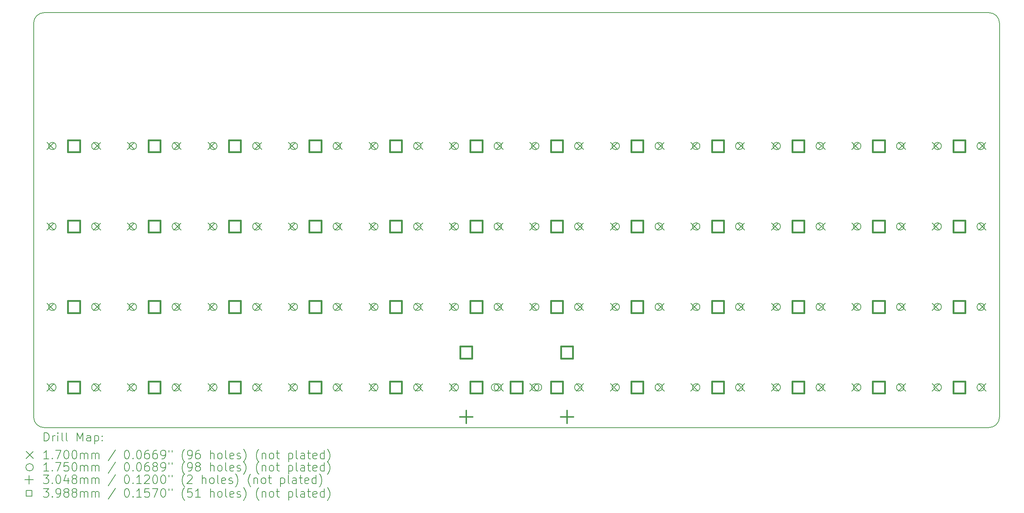
<source format=gbr>
%FSLAX45Y45*%
G04 Gerber Fmt 4.5, Leading zero omitted, Abs format (unit mm)*
G04 Created by KiCad (PCBNEW 6.0.4-6f826c9f35~116~ubuntu22.04.1) date 2022-04-06 02:05:02*
%MOMM*%
%LPD*%
G01*
G04 APERTURE LIST*
%TA.AperFunction,Profile*%
%ADD10C,0.150000*%
%TD*%
%ADD11C,0.200000*%
%ADD12C,0.170000*%
%ADD13C,0.175000*%
%ADD14C,0.304800*%
%ADD15C,0.398780*%
G04 APERTURE END LIST*
D10*
X25797400Y-5273050D02*
X3497400Y-5273050D01*
X26047400Y-5523050D02*
X26047400Y-14823050D01*
X25797400Y-15073050D02*
X3497400Y-15073050D01*
X3247400Y-14823050D02*
X3247400Y-5523050D01*
X3497400Y-5273050D02*
G75*
G03*
X3247400Y-5523050I0J-250000D01*
G01*
X26047400Y-5523050D02*
G75*
G03*
X25797400Y-5273050I-250000J0D01*
G01*
X25797400Y-15073050D02*
G75*
G03*
X26047400Y-14823050I0J250000D01*
G01*
X3247400Y-14823050D02*
G75*
G03*
X3497400Y-15073050I250000J0D01*
G01*
D11*
D12*
X3562400Y-8338050D02*
X3732400Y-8508050D01*
X3732400Y-8338050D02*
X3562400Y-8508050D01*
X3562400Y-10238050D02*
X3732400Y-10408050D01*
X3732400Y-10238050D02*
X3562400Y-10408050D01*
X3562400Y-12138050D02*
X3732400Y-12308050D01*
X3732400Y-12138050D02*
X3562400Y-12308050D01*
X3562400Y-14038050D02*
X3732400Y-14208050D01*
X3732400Y-14038050D02*
X3562400Y-14208050D01*
X4662400Y-8338050D02*
X4832400Y-8508050D01*
X4832400Y-8338050D02*
X4662400Y-8508050D01*
X4662400Y-10238050D02*
X4832400Y-10408050D01*
X4832400Y-10238050D02*
X4662400Y-10408050D01*
X4662400Y-12138050D02*
X4832400Y-12308050D01*
X4832400Y-12138050D02*
X4662400Y-12308050D01*
X4662400Y-14038050D02*
X4832400Y-14208050D01*
X4832400Y-14038050D02*
X4662400Y-14208050D01*
X5462400Y-8338050D02*
X5632400Y-8508050D01*
X5632400Y-8338050D02*
X5462400Y-8508050D01*
X5462400Y-10238050D02*
X5632400Y-10408050D01*
X5632400Y-10238050D02*
X5462400Y-10408050D01*
X5462400Y-12138050D02*
X5632400Y-12308050D01*
X5632400Y-12138050D02*
X5462400Y-12308050D01*
X5462400Y-14038050D02*
X5632400Y-14208050D01*
X5632400Y-14038050D02*
X5462400Y-14208050D01*
X6562400Y-8338050D02*
X6732400Y-8508050D01*
X6732400Y-8338050D02*
X6562400Y-8508050D01*
X6562400Y-10238050D02*
X6732400Y-10408050D01*
X6732400Y-10238050D02*
X6562400Y-10408050D01*
X6562400Y-12138050D02*
X6732400Y-12308050D01*
X6732400Y-12138050D02*
X6562400Y-12308050D01*
X6562400Y-14038050D02*
X6732400Y-14208050D01*
X6732400Y-14038050D02*
X6562400Y-14208050D01*
X7362400Y-8338050D02*
X7532400Y-8508050D01*
X7532400Y-8338050D02*
X7362400Y-8508050D01*
X7362400Y-10238050D02*
X7532400Y-10408050D01*
X7532400Y-10238050D02*
X7362400Y-10408050D01*
X7362400Y-12138050D02*
X7532400Y-12308050D01*
X7532400Y-12138050D02*
X7362400Y-12308050D01*
X7362400Y-14038050D02*
X7532400Y-14208050D01*
X7532400Y-14038050D02*
X7362400Y-14208050D01*
X8462400Y-8338050D02*
X8632400Y-8508050D01*
X8632400Y-8338050D02*
X8462400Y-8508050D01*
X8462400Y-10238050D02*
X8632400Y-10408050D01*
X8632400Y-10238050D02*
X8462400Y-10408050D01*
X8462400Y-12138050D02*
X8632400Y-12308050D01*
X8632400Y-12138050D02*
X8462400Y-12308050D01*
X8462400Y-14038050D02*
X8632400Y-14208050D01*
X8632400Y-14038050D02*
X8462400Y-14208050D01*
X9262400Y-8338050D02*
X9432400Y-8508050D01*
X9432400Y-8338050D02*
X9262400Y-8508050D01*
X9262400Y-10238050D02*
X9432400Y-10408050D01*
X9432400Y-10238050D02*
X9262400Y-10408050D01*
X9262400Y-12138050D02*
X9432400Y-12308050D01*
X9432400Y-12138050D02*
X9262400Y-12308050D01*
X9262400Y-14038050D02*
X9432400Y-14208050D01*
X9432400Y-14038050D02*
X9262400Y-14208050D01*
X10362400Y-8338050D02*
X10532400Y-8508050D01*
X10532400Y-8338050D02*
X10362400Y-8508050D01*
X10362400Y-10238050D02*
X10532400Y-10408050D01*
X10532400Y-10238050D02*
X10362400Y-10408050D01*
X10362400Y-12138050D02*
X10532400Y-12308050D01*
X10532400Y-12138050D02*
X10362400Y-12308050D01*
X10362400Y-14038050D02*
X10532400Y-14208050D01*
X10532400Y-14038050D02*
X10362400Y-14208050D01*
X11162400Y-8338050D02*
X11332400Y-8508050D01*
X11332400Y-8338050D02*
X11162400Y-8508050D01*
X11162400Y-10238050D02*
X11332400Y-10408050D01*
X11332400Y-10238050D02*
X11162400Y-10408050D01*
X11162400Y-12138050D02*
X11332400Y-12308050D01*
X11332400Y-12138050D02*
X11162400Y-12308050D01*
X11162400Y-14038050D02*
X11332400Y-14208050D01*
X11332400Y-14038050D02*
X11162400Y-14208050D01*
X12262400Y-8338050D02*
X12432400Y-8508050D01*
X12432400Y-8338050D02*
X12262400Y-8508050D01*
X12262400Y-10238050D02*
X12432400Y-10408050D01*
X12432400Y-10238050D02*
X12262400Y-10408050D01*
X12262400Y-12138050D02*
X12432400Y-12308050D01*
X12432400Y-12138050D02*
X12262400Y-12308050D01*
X12262400Y-14038050D02*
X12432400Y-14208050D01*
X12432400Y-14038050D02*
X12262400Y-14208050D01*
X13062400Y-8338050D02*
X13232400Y-8508050D01*
X13232400Y-8338050D02*
X13062400Y-8508050D01*
X13062400Y-10238050D02*
X13232400Y-10408050D01*
X13232400Y-10238050D02*
X13062400Y-10408050D01*
X13062400Y-12138050D02*
X13232400Y-12308050D01*
X13232400Y-12138050D02*
X13062400Y-12308050D01*
X13062400Y-14038050D02*
X13232400Y-14208050D01*
X13232400Y-14038050D02*
X13062400Y-14208050D01*
X14162400Y-8338050D02*
X14332400Y-8508050D01*
X14332400Y-8338050D02*
X14162400Y-8508050D01*
X14162400Y-10238050D02*
X14332400Y-10408050D01*
X14332400Y-10238050D02*
X14162400Y-10408050D01*
X14162400Y-12138050D02*
X14332400Y-12308050D01*
X14332400Y-12138050D02*
X14162400Y-12308050D01*
X14162400Y-14038050D02*
X14332400Y-14208050D01*
X14332400Y-14038050D02*
X14162400Y-14208050D01*
X14962400Y-8338050D02*
X15132400Y-8508050D01*
X15132400Y-8338050D02*
X14962400Y-8508050D01*
X14962400Y-10238050D02*
X15132400Y-10408050D01*
X15132400Y-10238050D02*
X14962400Y-10408050D01*
X14962400Y-12138050D02*
X15132400Y-12308050D01*
X15132400Y-12138050D02*
X14962400Y-12308050D01*
X14962400Y-14038050D02*
X15132400Y-14208050D01*
X15132400Y-14038050D02*
X14962400Y-14208050D01*
X16062400Y-8338050D02*
X16232400Y-8508050D01*
X16232400Y-8338050D02*
X16062400Y-8508050D01*
X16062400Y-10238050D02*
X16232400Y-10408050D01*
X16232400Y-10238050D02*
X16062400Y-10408050D01*
X16062400Y-12138050D02*
X16232400Y-12308050D01*
X16232400Y-12138050D02*
X16062400Y-12308050D01*
X16062400Y-14038050D02*
X16232400Y-14208050D01*
X16232400Y-14038050D02*
X16062400Y-14208050D01*
X16862400Y-8338050D02*
X17032400Y-8508050D01*
X17032400Y-8338050D02*
X16862400Y-8508050D01*
X16862400Y-10238050D02*
X17032400Y-10408050D01*
X17032400Y-10238050D02*
X16862400Y-10408050D01*
X16862400Y-12138050D02*
X17032400Y-12308050D01*
X17032400Y-12138050D02*
X16862400Y-12308050D01*
X16862400Y-14038050D02*
X17032400Y-14208050D01*
X17032400Y-14038050D02*
X16862400Y-14208050D01*
X17962400Y-8338050D02*
X18132400Y-8508050D01*
X18132400Y-8338050D02*
X17962400Y-8508050D01*
X17962400Y-10238050D02*
X18132400Y-10408050D01*
X18132400Y-10238050D02*
X17962400Y-10408050D01*
X17962400Y-12138050D02*
X18132400Y-12308050D01*
X18132400Y-12138050D02*
X17962400Y-12308050D01*
X17962400Y-14038050D02*
X18132400Y-14208050D01*
X18132400Y-14038050D02*
X17962400Y-14208050D01*
X18762400Y-8338050D02*
X18932400Y-8508050D01*
X18932400Y-8338050D02*
X18762400Y-8508050D01*
X18762400Y-10238050D02*
X18932400Y-10408050D01*
X18932400Y-10238050D02*
X18762400Y-10408050D01*
X18762400Y-12138050D02*
X18932400Y-12308050D01*
X18932400Y-12138050D02*
X18762400Y-12308050D01*
X18762400Y-14038050D02*
X18932400Y-14208050D01*
X18932400Y-14038050D02*
X18762400Y-14208050D01*
X19862400Y-8338050D02*
X20032400Y-8508050D01*
X20032400Y-8338050D02*
X19862400Y-8508050D01*
X19862400Y-10238050D02*
X20032400Y-10408050D01*
X20032400Y-10238050D02*
X19862400Y-10408050D01*
X19862400Y-12138050D02*
X20032400Y-12308050D01*
X20032400Y-12138050D02*
X19862400Y-12308050D01*
X19862400Y-14038050D02*
X20032400Y-14208050D01*
X20032400Y-14038050D02*
X19862400Y-14208050D01*
X20662400Y-8338050D02*
X20832400Y-8508050D01*
X20832400Y-8338050D02*
X20662400Y-8508050D01*
X20662400Y-10238050D02*
X20832400Y-10408050D01*
X20832400Y-10238050D02*
X20662400Y-10408050D01*
X20662400Y-12138050D02*
X20832400Y-12308050D01*
X20832400Y-12138050D02*
X20662400Y-12308050D01*
X20662400Y-14038050D02*
X20832400Y-14208050D01*
X20832400Y-14038050D02*
X20662400Y-14208050D01*
X21762400Y-8338050D02*
X21932400Y-8508050D01*
X21932400Y-8338050D02*
X21762400Y-8508050D01*
X21762400Y-10238050D02*
X21932400Y-10408050D01*
X21932400Y-10238050D02*
X21762400Y-10408050D01*
X21762400Y-12138050D02*
X21932400Y-12308050D01*
X21932400Y-12138050D02*
X21762400Y-12308050D01*
X21762400Y-14038050D02*
X21932400Y-14208050D01*
X21932400Y-14038050D02*
X21762400Y-14208050D01*
X22562400Y-8338050D02*
X22732400Y-8508050D01*
X22732400Y-8338050D02*
X22562400Y-8508050D01*
X22562400Y-10238050D02*
X22732400Y-10408050D01*
X22732400Y-10238050D02*
X22562400Y-10408050D01*
X22562400Y-12138050D02*
X22732400Y-12308050D01*
X22732400Y-12138050D02*
X22562400Y-12308050D01*
X22562400Y-14038050D02*
X22732400Y-14208050D01*
X22732400Y-14038050D02*
X22562400Y-14208050D01*
X23662400Y-8338050D02*
X23832400Y-8508050D01*
X23832400Y-8338050D02*
X23662400Y-8508050D01*
X23662400Y-10238050D02*
X23832400Y-10408050D01*
X23832400Y-10238050D02*
X23662400Y-10408050D01*
X23662400Y-12138050D02*
X23832400Y-12308050D01*
X23832400Y-12138050D02*
X23662400Y-12308050D01*
X23662400Y-14038050D02*
X23832400Y-14208050D01*
X23832400Y-14038050D02*
X23662400Y-14208050D01*
X24462400Y-8338050D02*
X24632400Y-8508050D01*
X24632400Y-8338050D02*
X24462400Y-8508050D01*
X24462400Y-10238050D02*
X24632400Y-10408050D01*
X24632400Y-10238050D02*
X24462400Y-10408050D01*
X24462400Y-12138050D02*
X24632400Y-12308050D01*
X24632400Y-12138050D02*
X24462400Y-12308050D01*
X24462400Y-14038050D02*
X24632400Y-14208050D01*
X24632400Y-14038050D02*
X24462400Y-14208050D01*
X25562400Y-8338050D02*
X25732400Y-8508050D01*
X25732400Y-8338050D02*
X25562400Y-8508050D01*
X25562400Y-10238050D02*
X25732400Y-10408050D01*
X25732400Y-10238050D02*
X25562400Y-10408050D01*
X25562400Y-12138050D02*
X25732400Y-12308050D01*
X25732400Y-12138050D02*
X25562400Y-12308050D01*
X25562400Y-14038050D02*
X25732400Y-14208050D01*
X25732400Y-14038050D02*
X25562400Y-14208050D01*
D13*
X3776900Y-8423050D02*
G75*
G03*
X3776900Y-8423050I-87500J0D01*
G01*
X3776900Y-10323050D02*
G75*
G03*
X3776900Y-10323050I-87500J0D01*
G01*
X3776900Y-12223050D02*
G75*
G03*
X3776900Y-12223050I-87500J0D01*
G01*
X3776900Y-14123050D02*
G75*
G03*
X3776900Y-14123050I-87500J0D01*
G01*
X4792900Y-8423050D02*
G75*
G03*
X4792900Y-8423050I-87500J0D01*
G01*
X4792900Y-10323050D02*
G75*
G03*
X4792900Y-10323050I-87500J0D01*
G01*
X4792900Y-12223050D02*
G75*
G03*
X4792900Y-12223050I-87500J0D01*
G01*
X4792900Y-14123050D02*
G75*
G03*
X4792900Y-14123050I-87500J0D01*
G01*
X5676900Y-8423050D02*
G75*
G03*
X5676900Y-8423050I-87500J0D01*
G01*
X5676900Y-10323050D02*
G75*
G03*
X5676900Y-10323050I-87500J0D01*
G01*
X5676900Y-12223050D02*
G75*
G03*
X5676900Y-12223050I-87500J0D01*
G01*
X5676900Y-14123050D02*
G75*
G03*
X5676900Y-14123050I-87500J0D01*
G01*
X6692900Y-8423050D02*
G75*
G03*
X6692900Y-8423050I-87500J0D01*
G01*
X6692900Y-10323050D02*
G75*
G03*
X6692900Y-10323050I-87500J0D01*
G01*
X6692900Y-12223050D02*
G75*
G03*
X6692900Y-12223050I-87500J0D01*
G01*
X6692900Y-14123050D02*
G75*
G03*
X6692900Y-14123050I-87500J0D01*
G01*
X7576900Y-8423050D02*
G75*
G03*
X7576900Y-8423050I-87500J0D01*
G01*
X7576900Y-10323050D02*
G75*
G03*
X7576900Y-10323050I-87500J0D01*
G01*
X7576900Y-12223050D02*
G75*
G03*
X7576900Y-12223050I-87500J0D01*
G01*
X7576900Y-14123050D02*
G75*
G03*
X7576900Y-14123050I-87500J0D01*
G01*
X8592900Y-8423050D02*
G75*
G03*
X8592900Y-8423050I-87500J0D01*
G01*
X8592900Y-10323050D02*
G75*
G03*
X8592900Y-10323050I-87500J0D01*
G01*
X8592900Y-12223050D02*
G75*
G03*
X8592900Y-12223050I-87500J0D01*
G01*
X8592900Y-14123050D02*
G75*
G03*
X8592900Y-14123050I-87500J0D01*
G01*
X9476900Y-8423050D02*
G75*
G03*
X9476900Y-8423050I-87500J0D01*
G01*
X9476900Y-10323050D02*
G75*
G03*
X9476900Y-10323050I-87500J0D01*
G01*
X9476900Y-12223050D02*
G75*
G03*
X9476900Y-12223050I-87500J0D01*
G01*
X9476900Y-14123050D02*
G75*
G03*
X9476900Y-14123050I-87500J0D01*
G01*
X10492900Y-8423050D02*
G75*
G03*
X10492900Y-8423050I-87500J0D01*
G01*
X10492900Y-10323050D02*
G75*
G03*
X10492900Y-10323050I-87500J0D01*
G01*
X10492900Y-12223050D02*
G75*
G03*
X10492900Y-12223050I-87500J0D01*
G01*
X10492900Y-14123050D02*
G75*
G03*
X10492900Y-14123050I-87500J0D01*
G01*
X11376900Y-8423050D02*
G75*
G03*
X11376900Y-8423050I-87500J0D01*
G01*
X11376900Y-10323050D02*
G75*
G03*
X11376900Y-10323050I-87500J0D01*
G01*
X11376900Y-12223050D02*
G75*
G03*
X11376900Y-12223050I-87500J0D01*
G01*
X11376900Y-14123050D02*
G75*
G03*
X11376900Y-14123050I-87500J0D01*
G01*
X12392900Y-8423050D02*
G75*
G03*
X12392900Y-8423050I-87500J0D01*
G01*
X12392900Y-10323050D02*
G75*
G03*
X12392900Y-10323050I-87500J0D01*
G01*
X12392900Y-12223050D02*
G75*
G03*
X12392900Y-12223050I-87500J0D01*
G01*
X12392900Y-14123050D02*
G75*
G03*
X12392900Y-14123050I-87500J0D01*
G01*
X13276900Y-8423050D02*
G75*
G03*
X13276900Y-8423050I-87500J0D01*
G01*
X13276900Y-10323050D02*
G75*
G03*
X13276900Y-10323050I-87500J0D01*
G01*
X13276900Y-12223050D02*
G75*
G03*
X13276900Y-12223050I-87500J0D01*
G01*
X13276900Y-14123050D02*
G75*
G03*
X13276900Y-14123050I-87500J0D01*
G01*
X14226900Y-14123050D02*
G75*
G03*
X14226900Y-14123050I-87500J0D01*
G01*
X14292900Y-8423050D02*
G75*
G03*
X14292900Y-8423050I-87500J0D01*
G01*
X14292900Y-10323050D02*
G75*
G03*
X14292900Y-10323050I-87500J0D01*
G01*
X14292900Y-12223050D02*
G75*
G03*
X14292900Y-12223050I-87500J0D01*
G01*
X14292900Y-14123050D02*
G75*
G03*
X14292900Y-14123050I-87500J0D01*
G01*
X15176900Y-8423050D02*
G75*
G03*
X15176900Y-8423050I-87500J0D01*
G01*
X15176900Y-10323050D02*
G75*
G03*
X15176900Y-10323050I-87500J0D01*
G01*
X15176900Y-12223050D02*
G75*
G03*
X15176900Y-12223050I-87500J0D01*
G01*
X15176900Y-14123050D02*
G75*
G03*
X15176900Y-14123050I-87500J0D01*
G01*
X15242900Y-14123050D02*
G75*
G03*
X15242900Y-14123050I-87500J0D01*
G01*
X16192900Y-8423050D02*
G75*
G03*
X16192900Y-8423050I-87500J0D01*
G01*
X16192900Y-10323050D02*
G75*
G03*
X16192900Y-10323050I-87500J0D01*
G01*
X16192900Y-12223050D02*
G75*
G03*
X16192900Y-12223050I-87500J0D01*
G01*
X16192900Y-14123050D02*
G75*
G03*
X16192900Y-14123050I-87500J0D01*
G01*
X17076900Y-8423050D02*
G75*
G03*
X17076900Y-8423050I-87500J0D01*
G01*
X17076900Y-10323050D02*
G75*
G03*
X17076900Y-10323050I-87500J0D01*
G01*
X17076900Y-12223050D02*
G75*
G03*
X17076900Y-12223050I-87500J0D01*
G01*
X17076900Y-14123050D02*
G75*
G03*
X17076900Y-14123050I-87500J0D01*
G01*
X18092900Y-8423050D02*
G75*
G03*
X18092900Y-8423050I-87500J0D01*
G01*
X18092900Y-10323050D02*
G75*
G03*
X18092900Y-10323050I-87500J0D01*
G01*
X18092900Y-12223050D02*
G75*
G03*
X18092900Y-12223050I-87500J0D01*
G01*
X18092900Y-14123050D02*
G75*
G03*
X18092900Y-14123050I-87500J0D01*
G01*
X18976900Y-8423050D02*
G75*
G03*
X18976900Y-8423050I-87500J0D01*
G01*
X18976900Y-10323050D02*
G75*
G03*
X18976900Y-10323050I-87500J0D01*
G01*
X18976900Y-12223050D02*
G75*
G03*
X18976900Y-12223050I-87500J0D01*
G01*
X18976900Y-14123050D02*
G75*
G03*
X18976900Y-14123050I-87500J0D01*
G01*
X19992900Y-8423050D02*
G75*
G03*
X19992900Y-8423050I-87500J0D01*
G01*
X19992900Y-10323050D02*
G75*
G03*
X19992900Y-10323050I-87500J0D01*
G01*
X19992900Y-12223050D02*
G75*
G03*
X19992900Y-12223050I-87500J0D01*
G01*
X19992900Y-14123050D02*
G75*
G03*
X19992900Y-14123050I-87500J0D01*
G01*
X20876900Y-8423050D02*
G75*
G03*
X20876900Y-8423050I-87500J0D01*
G01*
X20876900Y-10323050D02*
G75*
G03*
X20876900Y-10323050I-87500J0D01*
G01*
X20876900Y-12223050D02*
G75*
G03*
X20876900Y-12223050I-87500J0D01*
G01*
X20876900Y-14123050D02*
G75*
G03*
X20876900Y-14123050I-87500J0D01*
G01*
X21892900Y-8423050D02*
G75*
G03*
X21892900Y-8423050I-87500J0D01*
G01*
X21892900Y-10323050D02*
G75*
G03*
X21892900Y-10323050I-87500J0D01*
G01*
X21892900Y-12223050D02*
G75*
G03*
X21892900Y-12223050I-87500J0D01*
G01*
X21892900Y-14123050D02*
G75*
G03*
X21892900Y-14123050I-87500J0D01*
G01*
X22776900Y-8423050D02*
G75*
G03*
X22776900Y-8423050I-87500J0D01*
G01*
X22776900Y-10323050D02*
G75*
G03*
X22776900Y-10323050I-87500J0D01*
G01*
X22776900Y-12223050D02*
G75*
G03*
X22776900Y-12223050I-87500J0D01*
G01*
X22776900Y-14123050D02*
G75*
G03*
X22776900Y-14123050I-87500J0D01*
G01*
X23792900Y-8423050D02*
G75*
G03*
X23792900Y-8423050I-87500J0D01*
G01*
X23792900Y-10323050D02*
G75*
G03*
X23792900Y-10323050I-87500J0D01*
G01*
X23792900Y-12223050D02*
G75*
G03*
X23792900Y-12223050I-87500J0D01*
G01*
X23792900Y-14123050D02*
G75*
G03*
X23792900Y-14123050I-87500J0D01*
G01*
X24676900Y-8423050D02*
G75*
G03*
X24676900Y-8423050I-87500J0D01*
G01*
X24676900Y-10323050D02*
G75*
G03*
X24676900Y-10323050I-87500J0D01*
G01*
X24676900Y-12223050D02*
G75*
G03*
X24676900Y-12223050I-87500J0D01*
G01*
X24676900Y-14123050D02*
G75*
G03*
X24676900Y-14123050I-87500J0D01*
G01*
X25692900Y-8423050D02*
G75*
G03*
X25692900Y-8423050I-87500J0D01*
G01*
X25692900Y-10323050D02*
G75*
G03*
X25692900Y-10323050I-87500J0D01*
G01*
X25692900Y-12223050D02*
G75*
G03*
X25692900Y-12223050I-87500J0D01*
G01*
X25692900Y-14123050D02*
G75*
G03*
X25692900Y-14123050I-87500J0D01*
G01*
D14*
X13456775Y-14669150D02*
X13456775Y-14973950D01*
X13304375Y-14821550D02*
X13609175Y-14821550D01*
X15838025Y-14669150D02*
X15838025Y-14973950D01*
X15685625Y-14821550D02*
X15990425Y-14821550D01*
D15*
X4338391Y-8564041D02*
X4338391Y-8282059D01*
X4056409Y-8282059D01*
X4056409Y-8564041D01*
X4338391Y-8564041D01*
X4338391Y-10464041D02*
X4338391Y-10182059D01*
X4056409Y-10182059D01*
X4056409Y-10464041D01*
X4338391Y-10464041D01*
X4338391Y-12364041D02*
X4338391Y-12082059D01*
X4056409Y-12082059D01*
X4056409Y-12364041D01*
X4338391Y-12364041D01*
X4338391Y-14264041D02*
X4338391Y-13982059D01*
X4056409Y-13982059D01*
X4056409Y-14264041D01*
X4338391Y-14264041D01*
X6238391Y-8564041D02*
X6238391Y-8282059D01*
X5956409Y-8282059D01*
X5956409Y-8564041D01*
X6238391Y-8564041D01*
X6238391Y-10464041D02*
X6238391Y-10182059D01*
X5956409Y-10182059D01*
X5956409Y-10464041D01*
X6238391Y-10464041D01*
X6238391Y-12364041D02*
X6238391Y-12082059D01*
X5956409Y-12082059D01*
X5956409Y-12364041D01*
X6238391Y-12364041D01*
X6238391Y-14264041D02*
X6238391Y-13982059D01*
X5956409Y-13982059D01*
X5956409Y-14264041D01*
X6238391Y-14264041D01*
X8138391Y-8564041D02*
X8138391Y-8282059D01*
X7856409Y-8282059D01*
X7856409Y-8564041D01*
X8138391Y-8564041D01*
X8138391Y-10464041D02*
X8138391Y-10182059D01*
X7856409Y-10182059D01*
X7856409Y-10464041D01*
X8138391Y-10464041D01*
X8138391Y-12364041D02*
X8138391Y-12082059D01*
X7856409Y-12082059D01*
X7856409Y-12364041D01*
X8138391Y-12364041D01*
X8138391Y-14264041D02*
X8138391Y-13982059D01*
X7856409Y-13982059D01*
X7856409Y-14264041D01*
X8138391Y-14264041D01*
X10038391Y-8564041D02*
X10038391Y-8282059D01*
X9756409Y-8282059D01*
X9756409Y-8564041D01*
X10038391Y-8564041D01*
X10038391Y-10464041D02*
X10038391Y-10182059D01*
X9756409Y-10182059D01*
X9756409Y-10464041D01*
X10038391Y-10464041D01*
X10038391Y-12364041D02*
X10038391Y-12082059D01*
X9756409Y-12082059D01*
X9756409Y-12364041D01*
X10038391Y-12364041D01*
X10038391Y-14264041D02*
X10038391Y-13982059D01*
X9756409Y-13982059D01*
X9756409Y-14264041D01*
X10038391Y-14264041D01*
X11938391Y-8564041D02*
X11938391Y-8282059D01*
X11656409Y-8282059D01*
X11656409Y-8564041D01*
X11938391Y-8564041D01*
X11938391Y-10464041D02*
X11938391Y-10182059D01*
X11656409Y-10182059D01*
X11656409Y-10464041D01*
X11938391Y-10464041D01*
X11938391Y-12364041D02*
X11938391Y-12082059D01*
X11656409Y-12082059D01*
X11656409Y-12364041D01*
X11938391Y-12364041D01*
X11938391Y-14264041D02*
X11938391Y-13982059D01*
X11656409Y-13982059D01*
X11656409Y-14264041D01*
X11938391Y-14264041D01*
X13597766Y-13438541D02*
X13597766Y-13156559D01*
X13315784Y-13156559D01*
X13315784Y-13438541D01*
X13597766Y-13438541D01*
X13838391Y-8564041D02*
X13838391Y-8282059D01*
X13556409Y-8282059D01*
X13556409Y-8564041D01*
X13838391Y-8564041D01*
X13838391Y-10464041D02*
X13838391Y-10182059D01*
X13556409Y-10182059D01*
X13556409Y-10464041D01*
X13838391Y-10464041D01*
X13838391Y-12364041D02*
X13838391Y-12082059D01*
X13556409Y-12082059D01*
X13556409Y-12364041D01*
X13838391Y-12364041D01*
X13838391Y-14264041D02*
X13838391Y-13982059D01*
X13556409Y-13982059D01*
X13556409Y-14264041D01*
X13838391Y-14264041D01*
X14788391Y-14264041D02*
X14788391Y-13982059D01*
X14506409Y-13982059D01*
X14506409Y-14264041D01*
X14788391Y-14264041D01*
X15738391Y-8564041D02*
X15738391Y-8282059D01*
X15456409Y-8282059D01*
X15456409Y-8564041D01*
X15738391Y-8564041D01*
X15738391Y-10464041D02*
X15738391Y-10182059D01*
X15456409Y-10182059D01*
X15456409Y-10464041D01*
X15738391Y-10464041D01*
X15738391Y-12364041D02*
X15738391Y-12082059D01*
X15456409Y-12082059D01*
X15456409Y-12364041D01*
X15738391Y-12364041D01*
X15738391Y-14264041D02*
X15738391Y-13982059D01*
X15456409Y-13982059D01*
X15456409Y-14264041D01*
X15738391Y-14264041D01*
X15979016Y-13438541D02*
X15979016Y-13156559D01*
X15697034Y-13156559D01*
X15697034Y-13438541D01*
X15979016Y-13438541D01*
X17638391Y-8564041D02*
X17638391Y-8282059D01*
X17356409Y-8282059D01*
X17356409Y-8564041D01*
X17638391Y-8564041D01*
X17638391Y-10464041D02*
X17638391Y-10182059D01*
X17356409Y-10182059D01*
X17356409Y-10464041D01*
X17638391Y-10464041D01*
X17638391Y-12364041D02*
X17638391Y-12082059D01*
X17356409Y-12082059D01*
X17356409Y-12364041D01*
X17638391Y-12364041D01*
X17638391Y-14264041D02*
X17638391Y-13982059D01*
X17356409Y-13982059D01*
X17356409Y-14264041D01*
X17638391Y-14264041D01*
X19538391Y-8564041D02*
X19538391Y-8282059D01*
X19256409Y-8282059D01*
X19256409Y-8564041D01*
X19538391Y-8564041D01*
X19538391Y-10464041D02*
X19538391Y-10182059D01*
X19256409Y-10182059D01*
X19256409Y-10464041D01*
X19538391Y-10464041D01*
X19538391Y-12364041D02*
X19538391Y-12082059D01*
X19256409Y-12082059D01*
X19256409Y-12364041D01*
X19538391Y-12364041D01*
X19538391Y-14264041D02*
X19538391Y-13982059D01*
X19256409Y-13982059D01*
X19256409Y-14264041D01*
X19538391Y-14264041D01*
X21438391Y-8564041D02*
X21438391Y-8282059D01*
X21156409Y-8282059D01*
X21156409Y-8564041D01*
X21438391Y-8564041D01*
X21438391Y-10464041D02*
X21438391Y-10182059D01*
X21156409Y-10182059D01*
X21156409Y-10464041D01*
X21438391Y-10464041D01*
X21438391Y-12364041D02*
X21438391Y-12082059D01*
X21156409Y-12082059D01*
X21156409Y-12364041D01*
X21438391Y-12364041D01*
X21438391Y-14264041D02*
X21438391Y-13982059D01*
X21156409Y-13982059D01*
X21156409Y-14264041D01*
X21438391Y-14264041D01*
X23338391Y-8564041D02*
X23338391Y-8282059D01*
X23056409Y-8282059D01*
X23056409Y-8564041D01*
X23338391Y-8564041D01*
X23338391Y-10464041D02*
X23338391Y-10182059D01*
X23056409Y-10182059D01*
X23056409Y-10464041D01*
X23338391Y-10464041D01*
X23338391Y-12364041D02*
X23338391Y-12082059D01*
X23056409Y-12082059D01*
X23056409Y-12364041D01*
X23338391Y-12364041D01*
X23338391Y-14264041D02*
X23338391Y-13982059D01*
X23056409Y-13982059D01*
X23056409Y-14264041D01*
X23338391Y-14264041D01*
X25238391Y-8564041D02*
X25238391Y-8282059D01*
X24956409Y-8282059D01*
X24956409Y-8564041D01*
X25238391Y-8564041D01*
X25238391Y-10464041D02*
X25238391Y-10182059D01*
X24956409Y-10182059D01*
X24956409Y-10464041D01*
X25238391Y-10464041D01*
X25238391Y-12364041D02*
X25238391Y-12082059D01*
X24956409Y-12082059D01*
X24956409Y-12364041D01*
X25238391Y-12364041D01*
X25238391Y-14264041D02*
X25238391Y-13982059D01*
X24956409Y-13982059D01*
X24956409Y-14264041D01*
X25238391Y-14264041D01*
D11*
X3497519Y-15391026D02*
X3497519Y-15191026D01*
X3545138Y-15191026D01*
X3573709Y-15200550D01*
X3592757Y-15219598D01*
X3602281Y-15238645D01*
X3611805Y-15276740D01*
X3611805Y-15305312D01*
X3602281Y-15343407D01*
X3592757Y-15362455D01*
X3573709Y-15381502D01*
X3545138Y-15391026D01*
X3497519Y-15391026D01*
X3697519Y-15391026D02*
X3697519Y-15257693D01*
X3697519Y-15295788D02*
X3707043Y-15276740D01*
X3716567Y-15267217D01*
X3735614Y-15257693D01*
X3754662Y-15257693D01*
X3821328Y-15391026D02*
X3821328Y-15257693D01*
X3821328Y-15191026D02*
X3811805Y-15200550D01*
X3821328Y-15210074D01*
X3830852Y-15200550D01*
X3821328Y-15191026D01*
X3821328Y-15210074D01*
X3945138Y-15391026D02*
X3926090Y-15381502D01*
X3916567Y-15362455D01*
X3916567Y-15191026D01*
X4049900Y-15391026D02*
X4030852Y-15381502D01*
X4021328Y-15362455D01*
X4021328Y-15191026D01*
X4278471Y-15391026D02*
X4278471Y-15191026D01*
X4345138Y-15333883D01*
X4411805Y-15191026D01*
X4411805Y-15391026D01*
X4592757Y-15391026D02*
X4592757Y-15286264D01*
X4583233Y-15267217D01*
X4564186Y-15257693D01*
X4526090Y-15257693D01*
X4507043Y-15267217D01*
X4592757Y-15381502D02*
X4573710Y-15391026D01*
X4526090Y-15391026D01*
X4507043Y-15381502D01*
X4497519Y-15362455D01*
X4497519Y-15343407D01*
X4507043Y-15324359D01*
X4526090Y-15314836D01*
X4573710Y-15314836D01*
X4592757Y-15305312D01*
X4687995Y-15257693D02*
X4687995Y-15457693D01*
X4687995Y-15267217D02*
X4707043Y-15257693D01*
X4745138Y-15257693D01*
X4764186Y-15267217D01*
X4773710Y-15276740D01*
X4783233Y-15295788D01*
X4783233Y-15352931D01*
X4773710Y-15371978D01*
X4764186Y-15381502D01*
X4745138Y-15391026D01*
X4707043Y-15391026D01*
X4687995Y-15381502D01*
X4868948Y-15371978D02*
X4878471Y-15381502D01*
X4868948Y-15391026D01*
X4859424Y-15381502D01*
X4868948Y-15371978D01*
X4868948Y-15391026D01*
X4868948Y-15267217D02*
X4878471Y-15276740D01*
X4868948Y-15286264D01*
X4859424Y-15276740D01*
X4868948Y-15267217D01*
X4868948Y-15286264D01*
D12*
X3069900Y-15635550D02*
X3239900Y-15805550D01*
X3239900Y-15635550D02*
X3069900Y-15805550D01*
D11*
X3602281Y-15811026D02*
X3487995Y-15811026D01*
X3545138Y-15811026D02*
X3545138Y-15611026D01*
X3526090Y-15639598D01*
X3507043Y-15658645D01*
X3487995Y-15668169D01*
X3687995Y-15791978D02*
X3697519Y-15801502D01*
X3687995Y-15811026D01*
X3678471Y-15801502D01*
X3687995Y-15791978D01*
X3687995Y-15811026D01*
X3764186Y-15611026D02*
X3897519Y-15611026D01*
X3811805Y-15811026D01*
X4011805Y-15611026D02*
X4030852Y-15611026D01*
X4049900Y-15620550D01*
X4059424Y-15630074D01*
X4068948Y-15649121D01*
X4078471Y-15687217D01*
X4078471Y-15734836D01*
X4068948Y-15772931D01*
X4059424Y-15791978D01*
X4049900Y-15801502D01*
X4030852Y-15811026D01*
X4011805Y-15811026D01*
X3992757Y-15801502D01*
X3983233Y-15791978D01*
X3973709Y-15772931D01*
X3964186Y-15734836D01*
X3964186Y-15687217D01*
X3973709Y-15649121D01*
X3983233Y-15630074D01*
X3992757Y-15620550D01*
X4011805Y-15611026D01*
X4202281Y-15611026D02*
X4221329Y-15611026D01*
X4240376Y-15620550D01*
X4249900Y-15630074D01*
X4259424Y-15649121D01*
X4268948Y-15687217D01*
X4268948Y-15734836D01*
X4259424Y-15772931D01*
X4249900Y-15791978D01*
X4240376Y-15801502D01*
X4221329Y-15811026D01*
X4202281Y-15811026D01*
X4183233Y-15801502D01*
X4173709Y-15791978D01*
X4164186Y-15772931D01*
X4154662Y-15734836D01*
X4154662Y-15687217D01*
X4164186Y-15649121D01*
X4173709Y-15630074D01*
X4183233Y-15620550D01*
X4202281Y-15611026D01*
X4354662Y-15811026D02*
X4354662Y-15677693D01*
X4354662Y-15696740D02*
X4364186Y-15687217D01*
X4383233Y-15677693D01*
X4411805Y-15677693D01*
X4430852Y-15687217D01*
X4440376Y-15706264D01*
X4440376Y-15811026D01*
X4440376Y-15706264D02*
X4449900Y-15687217D01*
X4468948Y-15677693D01*
X4497519Y-15677693D01*
X4516567Y-15687217D01*
X4526090Y-15706264D01*
X4526090Y-15811026D01*
X4621329Y-15811026D02*
X4621329Y-15677693D01*
X4621329Y-15696740D02*
X4630852Y-15687217D01*
X4649900Y-15677693D01*
X4678471Y-15677693D01*
X4697519Y-15687217D01*
X4707043Y-15706264D01*
X4707043Y-15811026D01*
X4707043Y-15706264D02*
X4716567Y-15687217D01*
X4735614Y-15677693D01*
X4764186Y-15677693D01*
X4783233Y-15687217D01*
X4792757Y-15706264D01*
X4792757Y-15811026D01*
X5183233Y-15601502D02*
X5011805Y-15858645D01*
X5440376Y-15611026D02*
X5459424Y-15611026D01*
X5478471Y-15620550D01*
X5487995Y-15630074D01*
X5497519Y-15649121D01*
X5507043Y-15687217D01*
X5507043Y-15734836D01*
X5497519Y-15772931D01*
X5487995Y-15791978D01*
X5478471Y-15801502D01*
X5459424Y-15811026D01*
X5440376Y-15811026D01*
X5421329Y-15801502D01*
X5411805Y-15791978D01*
X5402281Y-15772931D01*
X5392757Y-15734836D01*
X5392757Y-15687217D01*
X5402281Y-15649121D01*
X5411805Y-15630074D01*
X5421329Y-15620550D01*
X5440376Y-15611026D01*
X5592757Y-15791978D02*
X5602281Y-15801502D01*
X5592757Y-15811026D01*
X5583233Y-15801502D01*
X5592757Y-15791978D01*
X5592757Y-15811026D01*
X5726090Y-15611026D02*
X5745138Y-15611026D01*
X5764186Y-15620550D01*
X5773709Y-15630074D01*
X5783233Y-15649121D01*
X5792757Y-15687217D01*
X5792757Y-15734836D01*
X5783233Y-15772931D01*
X5773709Y-15791978D01*
X5764186Y-15801502D01*
X5745138Y-15811026D01*
X5726090Y-15811026D01*
X5707043Y-15801502D01*
X5697519Y-15791978D01*
X5687995Y-15772931D01*
X5678471Y-15734836D01*
X5678471Y-15687217D01*
X5687995Y-15649121D01*
X5697519Y-15630074D01*
X5707043Y-15620550D01*
X5726090Y-15611026D01*
X5964186Y-15611026D02*
X5926090Y-15611026D01*
X5907043Y-15620550D01*
X5897519Y-15630074D01*
X5878471Y-15658645D01*
X5868948Y-15696740D01*
X5868948Y-15772931D01*
X5878471Y-15791978D01*
X5887995Y-15801502D01*
X5907043Y-15811026D01*
X5945138Y-15811026D01*
X5964186Y-15801502D01*
X5973709Y-15791978D01*
X5983233Y-15772931D01*
X5983233Y-15725312D01*
X5973709Y-15706264D01*
X5964186Y-15696740D01*
X5945138Y-15687217D01*
X5907043Y-15687217D01*
X5887995Y-15696740D01*
X5878471Y-15706264D01*
X5868948Y-15725312D01*
X6154662Y-15611026D02*
X6116567Y-15611026D01*
X6097519Y-15620550D01*
X6087995Y-15630074D01*
X6068948Y-15658645D01*
X6059424Y-15696740D01*
X6059424Y-15772931D01*
X6068948Y-15791978D01*
X6078471Y-15801502D01*
X6097519Y-15811026D01*
X6135614Y-15811026D01*
X6154662Y-15801502D01*
X6164186Y-15791978D01*
X6173709Y-15772931D01*
X6173709Y-15725312D01*
X6164186Y-15706264D01*
X6154662Y-15696740D01*
X6135614Y-15687217D01*
X6097519Y-15687217D01*
X6078471Y-15696740D01*
X6068948Y-15706264D01*
X6059424Y-15725312D01*
X6268948Y-15811026D02*
X6307043Y-15811026D01*
X6326090Y-15801502D01*
X6335614Y-15791978D01*
X6354662Y-15763407D01*
X6364186Y-15725312D01*
X6364186Y-15649121D01*
X6354662Y-15630074D01*
X6345138Y-15620550D01*
X6326090Y-15611026D01*
X6287995Y-15611026D01*
X6268948Y-15620550D01*
X6259424Y-15630074D01*
X6249900Y-15649121D01*
X6249900Y-15696740D01*
X6259424Y-15715788D01*
X6268948Y-15725312D01*
X6287995Y-15734836D01*
X6326090Y-15734836D01*
X6345138Y-15725312D01*
X6354662Y-15715788D01*
X6364186Y-15696740D01*
X6440376Y-15611026D02*
X6440376Y-15649121D01*
X6516567Y-15611026D02*
X6516567Y-15649121D01*
X6811805Y-15887217D02*
X6802281Y-15877693D01*
X6783233Y-15849121D01*
X6773709Y-15830074D01*
X6764186Y-15801502D01*
X6754662Y-15753883D01*
X6754662Y-15715788D01*
X6764186Y-15668169D01*
X6773709Y-15639598D01*
X6783233Y-15620550D01*
X6802281Y-15591978D01*
X6811805Y-15582455D01*
X6897519Y-15811026D02*
X6935614Y-15811026D01*
X6954662Y-15801502D01*
X6964186Y-15791978D01*
X6983233Y-15763407D01*
X6992757Y-15725312D01*
X6992757Y-15649121D01*
X6983233Y-15630074D01*
X6973709Y-15620550D01*
X6954662Y-15611026D01*
X6916567Y-15611026D01*
X6897519Y-15620550D01*
X6887995Y-15630074D01*
X6878471Y-15649121D01*
X6878471Y-15696740D01*
X6887995Y-15715788D01*
X6897519Y-15725312D01*
X6916567Y-15734836D01*
X6954662Y-15734836D01*
X6973709Y-15725312D01*
X6983233Y-15715788D01*
X6992757Y-15696740D01*
X7164186Y-15611026D02*
X7126090Y-15611026D01*
X7107043Y-15620550D01*
X7097519Y-15630074D01*
X7078471Y-15658645D01*
X7068948Y-15696740D01*
X7068948Y-15772931D01*
X7078471Y-15791978D01*
X7087995Y-15801502D01*
X7107043Y-15811026D01*
X7145138Y-15811026D01*
X7164186Y-15801502D01*
X7173709Y-15791978D01*
X7183233Y-15772931D01*
X7183233Y-15725312D01*
X7173709Y-15706264D01*
X7164186Y-15696740D01*
X7145138Y-15687217D01*
X7107043Y-15687217D01*
X7087995Y-15696740D01*
X7078471Y-15706264D01*
X7068948Y-15725312D01*
X7421328Y-15811026D02*
X7421328Y-15611026D01*
X7507043Y-15811026D02*
X7507043Y-15706264D01*
X7497519Y-15687217D01*
X7478471Y-15677693D01*
X7449900Y-15677693D01*
X7430852Y-15687217D01*
X7421328Y-15696740D01*
X7630852Y-15811026D02*
X7611805Y-15801502D01*
X7602281Y-15791978D01*
X7592757Y-15772931D01*
X7592757Y-15715788D01*
X7602281Y-15696740D01*
X7611805Y-15687217D01*
X7630852Y-15677693D01*
X7659424Y-15677693D01*
X7678471Y-15687217D01*
X7687995Y-15696740D01*
X7697519Y-15715788D01*
X7697519Y-15772931D01*
X7687995Y-15791978D01*
X7678471Y-15801502D01*
X7659424Y-15811026D01*
X7630852Y-15811026D01*
X7811805Y-15811026D02*
X7792757Y-15801502D01*
X7783233Y-15782455D01*
X7783233Y-15611026D01*
X7964186Y-15801502D02*
X7945138Y-15811026D01*
X7907043Y-15811026D01*
X7887995Y-15801502D01*
X7878471Y-15782455D01*
X7878471Y-15706264D01*
X7887995Y-15687217D01*
X7907043Y-15677693D01*
X7945138Y-15677693D01*
X7964186Y-15687217D01*
X7973709Y-15706264D01*
X7973709Y-15725312D01*
X7878471Y-15744359D01*
X8049900Y-15801502D02*
X8068948Y-15811026D01*
X8107043Y-15811026D01*
X8126090Y-15801502D01*
X8135614Y-15782455D01*
X8135614Y-15772931D01*
X8126090Y-15753883D01*
X8107043Y-15744359D01*
X8078471Y-15744359D01*
X8059424Y-15734836D01*
X8049900Y-15715788D01*
X8049900Y-15706264D01*
X8059424Y-15687217D01*
X8078471Y-15677693D01*
X8107043Y-15677693D01*
X8126090Y-15687217D01*
X8202281Y-15887217D02*
X8211805Y-15877693D01*
X8230852Y-15849121D01*
X8240376Y-15830074D01*
X8249900Y-15801502D01*
X8259424Y-15753883D01*
X8259424Y-15715788D01*
X8249900Y-15668169D01*
X8240376Y-15639598D01*
X8230852Y-15620550D01*
X8211805Y-15591978D01*
X8202281Y-15582455D01*
X8564186Y-15887217D02*
X8554662Y-15877693D01*
X8535614Y-15849121D01*
X8526090Y-15830074D01*
X8516567Y-15801502D01*
X8507043Y-15753883D01*
X8507043Y-15715788D01*
X8516567Y-15668169D01*
X8526090Y-15639598D01*
X8535614Y-15620550D01*
X8554662Y-15591978D01*
X8564186Y-15582455D01*
X8640376Y-15677693D02*
X8640376Y-15811026D01*
X8640376Y-15696740D02*
X8649900Y-15687217D01*
X8668948Y-15677693D01*
X8697519Y-15677693D01*
X8716567Y-15687217D01*
X8726090Y-15706264D01*
X8726090Y-15811026D01*
X8849900Y-15811026D02*
X8830852Y-15801502D01*
X8821329Y-15791978D01*
X8811805Y-15772931D01*
X8811805Y-15715788D01*
X8821329Y-15696740D01*
X8830852Y-15687217D01*
X8849900Y-15677693D01*
X8878471Y-15677693D01*
X8897519Y-15687217D01*
X8907043Y-15696740D01*
X8916567Y-15715788D01*
X8916567Y-15772931D01*
X8907043Y-15791978D01*
X8897519Y-15801502D01*
X8878471Y-15811026D01*
X8849900Y-15811026D01*
X8973710Y-15677693D02*
X9049900Y-15677693D01*
X9002281Y-15611026D02*
X9002281Y-15782455D01*
X9011805Y-15801502D01*
X9030852Y-15811026D01*
X9049900Y-15811026D01*
X9268948Y-15677693D02*
X9268948Y-15877693D01*
X9268948Y-15687217D02*
X9287995Y-15677693D01*
X9326090Y-15677693D01*
X9345138Y-15687217D01*
X9354662Y-15696740D01*
X9364186Y-15715788D01*
X9364186Y-15772931D01*
X9354662Y-15791978D01*
X9345138Y-15801502D01*
X9326090Y-15811026D01*
X9287995Y-15811026D01*
X9268948Y-15801502D01*
X9478471Y-15811026D02*
X9459424Y-15801502D01*
X9449900Y-15782455D01*
X9449900Y-15611026D01*
X9640376Y-15811026D02*
X9640376Y-15706264D01*
X9630852Y-15687217D01*
X9611805Y-15677693D01*
X9573710Y-15677693D01*
X9554662Y-15687217D01*
X9640376Y-15801502D02*
X9621329Y-15811026D01*
X9573710Y-15811026D01*
X9554662Y-15801502D01*
X9545138Y-15782455D01*
X9545138Y-15763407D01*
X9554662Y-15744359D01*
X9573710Y-15734836D01*
X9621329Y-15734836D01*
X9640376Y-15725312D01*
X9707043Y-15677693D02*
X9783233Y-15677693D01*
X9735614Y-15611026D02*
X9735614Y-15782455D01*
X9745138Y-15801502D01*
X9764186Y-15811026D01*
X9783233Y-15811026D01*
X9926090Y-15801502D02*
X9907043Y-15811026D01*
X9868948Y-15811026D01*
X9849900Y-15801502D01*
X9840376Y-15782455D01*
X9840376Y-15706264D01*
X9849900Y-15687217D01*
X9868948Y-15677693D01*
X9907043Y-15677693D01*
X9926090Y-15687217D01*
X9935614Y-15706264D01*
X9935614Y-15725312D01*
X9840376Y-15744359D01*
X10107043Y-15811026D02*
X10107043Y-15611026D01*
X10107043Y-15801502D02*
X10087995Y-15811026D01*
X10049900Y-15811026D01*
X10030852Y-15801502D01*
X10021329Y-15791978D01*
X10011805Y-15772931D01*
X10011805Y-15715788D01*
X10021329Y-15696740D01*
X10030852Y-15687217D01*
X10049900Y-15677693D01*
X10087995Y-15677693D01*
X10107043Y-15687217D01*
X10183233Y-15887217D02*
X10192757Y-15877693D01*
X10211805Y-15849121D01*
X10221329Y-15830074D01*
X10230852Y-15801502D01*
X10240376Y-15753883D01*
X10240376Y-15715788D01*
X10230852Y-15668169D01*
X10221329Y-15639598D01*
X10211805Y-15620550D01*
X10192757Y-15591978D01*
X10183233Y-15582455D01*
D13*
X3239900Y-16010550D02*
G75*
G03*
X3239900Y-16010550I-87500J0D01*
G01*
D11*
X3602281Y-16101026D02*
X3487995Y-16101026D01*
X3545138Y-16101026D02*
X3545138Y-15901026D01*
X3526090Y-15929598D01*
X3507043Y-15948645D01*
X3487995Y-15958169D01*
X3687995Y-16081978D02*
X3697519Y-16091502D01*
X3687995Y-16101026D01*
X3678471Y-16091502D01*
X3687995Y-16081978D01*
X3687995Y-16101026D01*
X3764186Y-15901026D02*
X3897519Y-15901026D01*
X3811805Y-16101026D01*
X4068948Y-15901026D02*
X3973709Y-15901026D01*
X3964186Y-15996264D01*
X3973709Y-15986740D01*
X3992757Y-15977217D01*
X4040376Y-15977217D01*
X4059424Y-15986740D01*
X4068948Y-15996264D01*
X4078471Y-16015312D01*
X4078471Y-16062931D01*
X4068948Y-16081978D01*
X4059424Y-16091502D01*
X4040376Y-16101026D01*
X3992757Y-16101026D01*
X3973709Y-16091502D01*
X3964186Y-16081978D01*
X4202281Y-15901026D02*
X4221329Y-15901026D01*
X4240376Y-15910550D01*
X4249900Y-15920074D01*
X4259424Y-15939121D01*
X4268948Y-15977217D01*
X4268948Y-16024836D01*
X4259424Y-16062931D01*
X4249900Y-16081978D01*
X4240376Y-16091502D01*
X4221329Y-16101026D01*
X4202281Y-16101026D01*
X4183233Y-16091502D01*
X4173709Y-16081978D01*
X4164186Y-16062931D01*
X4154662Y-16024836D01*
X4154662Y-15977217D01*
X4164186Y-15939121D01*
X4173709Y-15920074D01*
X4183233Y-15910550D01*
X4202281Y-15901026D01*
X4354662Y-16101026D02*
X4354662Y-15967693D01*
X4354662Y-15986740D02*
X4364186Y-15977217D01*
X4383233Y-15967693D01*
X4411805Y-15967693D01*
X4430852Y-15977217D01*
X4440376Y-15996264D01*
X4440376Y-16101026D01*
X4440376Y-15996264D02*
X4449900Y-15977217D01*
X4468948Y-15967693D01*
X4497519Y-15967693D01*
X4516567Y-15977217D01*
X4526090Y-15996264D01*
X4526090Y-16101026D01*
X4621329Y-16101026D02*
X4621329Y-15967693D01*
X4621329Y-15986740D02*
X4630852Y-15977217D01*
X4649900Y-15967693D01*
X4678471Y-15967693D01*
X4697519Y-15977217D01*
X4707043Y-15996264D01*
X4707043Y-16101026D01*
X4707043Y-15996264D02*
X4716567Y-15977217D01*
X4735614Y-15967693D01*
X4764186Y-15967693D01*
X4783233Y-15977217D01*
X4792757Y-15996264D01*
X4792757Y-16101026D01*
X5183233Y-15891502D02*
X5011805Y-16148645D01*
X5440376Y-15901026D02*
X5459424Y-15901026D01*
X5478471Y-15910550D01*
X5487995Y-15920074D01*
X5497519Y-15939121D01*
X5507043Y-15977217D01*
X5507043Y-16024836D01*
X5497519Y-16062931D01*
X5487995Y-16081978D01*
X5478471Y-16091502D01*
X5459424Y-16101026D01*
X5440376Y-16101026D01*
X5421329Y-16091502D01*
X5411805Y-16081978D01*
X5402281Y-16062931D01*
X5392757Y-16024836D01*
X5392757Y-15977217D01*
X5402281Y-15939121D01*
X5411805Y-15920074D01*
X5421329Y-15910550D01*
X5440376Y-15901026D01*
X5592757Y-16081978D02*
X5602281Y-16091502D01*
X5592757Y-16101026D01*
X5583233Y-16091502D01*
X5592757Y-16081978D01*
X5592757Y-16101026D01*
X5726090Y-15901026D02*
X5745138Y-15901026D01*
X5764186Y-15910550D01*
X5773709Y-15920074D01*
X5783233Y-15939121D01*
X5792757Y-15977217D01*
X5792757Y-16024836D01*
X5783233Y-16062931D01*
X5773709Y-16081978D01*
X5764186Y-16091502D01*
X5745138Y-16101026D01*
X5726090Y-16101026D01*
X5707043Y-16091502D01*
X5697519Y-16081978D01*
X5687995Y-16062931D01*
X5678471Y-16024836D01*
X5678471Y-15977217D01*
X5687995Y-15939121D01*
X5697519Y-15920074D01*
X5707043Y-15910550D01*
X5726090Y-15901026D01*
X5964186Y-15901026D02*
X5926090Y-15901026D01*
X5907043Y-15910550D01*
X5897519Y-15920074D01*
X5878471Y-15948645D01*
X5868948Y-15986740D01*
X5868948Y-16062931D01*
X5878471Y-16081978D01*
X5887995Y-16091502D01*
X5907043Y-16101026D01*
X5945138Y-16101026D01*
X5964186Y-16091502D01*
X5973709Y-16081978D01*
X5983233Y-16062931D01*
X5983233Y-16015312D01*
X5973709Y-15996264D01*
X5964186Y-15986740D01*
X5945138Y-15977217D01*
X5907043Y-15977217D01*
X5887995Y-15986740D01*
X5878471Y-15996264D01*
X5868948Y-16015312D01*
X6097519Y-15986740D02*
X6078471Y-15977217D01*
X6068948Y-15967693D01*
X6059424Y-15948645D01*
X6059424Y-15939121D01*
X6068948Y-15920074D01*
X6078471Y-15910550D01*
X6097519Y-15901026D01*
X6135614Y-15901026D01*
X6154662Y-15910550D01*
X6164186Y-15920074D01*
X6173709Y-15939121D01*
X6173709Y-15948645D01*
X6164186Y-15967693D01*
X6154662Y-15977217D01*
X6135614Y-15986740D01*
X6097519Y-15986740D01*
X6078471Y-15996264D01*
X6068948Y-16005788D01*
X6059424Y-16024836D01*
X6059424Y-16062931D01*
X6068948Y-16081978D01*
X6078471Y-16091502D01*
X6097519Y-16101026D01*
X6135614Y-16101026D01*
X6154662Y-16091502D01*
X6164186Y-16081978D01*
X6173709Y-16062931D01*
X6173709Y-16024836D01*
X6164186Y-16005788D01*
X6154662Y-15996264D01*
X6135614Y-15986740D01*
X6268948Y-16101026D02*
X6307043Y-16101026D01*
X6326090Y-16091502D01*
X6335614Y-16081978D01*
X6354662Y-16053407D01*
X6364186Y-16015312D01*
X6364186Y-15939121D01*
X6354662Y-15920074D01*
X6345138Y-15910550D01*
X6326090Y-15901026D01*
X6287995Y-15901026D01*
X6268948Y-15910550D01*
X6259424Y-15920074D01*
X6249900Y-15939121D01*
X6249900Y-15986740D01*
X6259424Y-16005788D01*
X6268948Y-16015312D01*
X6287995Y-16024836D01*
X6326090Y-16024836D01*
X6345138Y-16015312D01*
X6354662Y-16005788D01*
X6364186Y-15986740D01*
X6440376Y-15901026D02*
X6440376Y-15939121D01*
X6516567Y-15901026D02*
X6516567Y-15939121D01*
X6811805Y-16177217D02*
X6802281Y-16167693D01*
X6783233Y-16139121D01*
X6773709Y-16120074D01*
X6764186Y-16091502D01*
X6754662Y-16043883D01*
X6754662Y-16005788D01*
X6764186Y-15958169D01*
X6773709Y-15929598D01*
X6783233Y-15910550D01*
X6802281Y-15881978D01*
X6811805Y-15872455D01*
X6897519Y-16101026D02*
X6935614Y-16101026D01*
X6954662Y-16091502D01*
X6964186Y-16081978D01*
X6983233Y-16053407D01*
X6992757Y-16015312D01*
X6992757Y-15939121D01*
X6983233Y-15920074D01*
X6973709Y-15910550D01*
X6954662Y-15901026D01*
X6916567Y-15901026D01*
X6897519Y-15910550D01*
X6887995Y-15920074D01*
X6878471Y-15939121D01*
X6878471Y-15986740D01*
X6887995Y-16005788D01*
X6897519Y-16015312D01*
X6916567Y-16024836D01*
X6954662Y-16024836D01*
X6973709Y-16015312D01*
X6983233Y-16005788D01*
X6992757Y-15986740D01*
X7107043Y-15986740D02*
X7087995Y-15977217D01*
X7078471Y-15967693D01*
X7068948Y-15948645D01*
X7068948Y-15939121D01*
X7078471Y-15920074D01*
X7087995Y-15910550D01*
X7107043Y-15901026D01*
X7145138Y-15901026D01*
X7164186Y-15910550D01*
X7173709Y-15920074D01*
X7183233Y-15939121D01*
X7183233Y-15948645D01*
X7173709Y-15967693D01*
X7164186Y-15977217D01*
X7145138Y-15986740D01*
X7107043Y-15986740D01*
X7087995Y-15996264D01*
X7078471Y-16005788D01*
X7068948Y-16024836D01*
X7068948Y-16062931D01*
X7078471Y-16081978D01*
X7087995Y-16091502D01*
X7107043Y-16101026D01*
X7145138Y-16101026D01*
X7164186Y-16091502D01*
X7173709Y-16081978D01*
X7183233Y-16062931D01*
X7183233Y-16024836D01*
X7173709Y-16005788D01*
X7164186Y-15996264D01*
X7145138Y-15986740D01*
X7421328Y-16101026D02*
X7421328Y-15901026D01*
X7507043Y-16101026D02*
X7507043Y-15996264D01*
X7497519Y-15977217D01*
X7478471Y-15967693D01*
X7449900Y-15967693D01*
X7430852Y-15977217D01*
X7421328Y-15986740D01*
X7630852Y-16101026D02*
X7611805Y-16091502D01*
X7602281Y-16081978D01*
X7592757Y-16062931D01*
X7592757Y-16005788D01*
X7602281Y-15986740D01*
X7611805Y-15977217D01*
X7630852Y-15967693D01*
X7659424Y-15967693D01*
X7678471Y-15977217D01*
X7687995Y-15986740D01*
X7697519Y-16005788D01*
X7697519Y-16062931D01*
X7687995Y-16081978D01*
X7678471Y-16091502D01*
X7659424Y-16101026D01*
X7630852Y-16101026D01*
X7811805Y-16101026D02*
X7792757Y-16091502D01*
X7783233Y-16072455D01*
X7783233Y-15901026D01*
X7964186Y-16091502D02*
X7945138Y-16101026D01*
X7907043Y-16101026D01*
X7887995Y-16091502D01*
X7878471Y-16072455D01*
X7878471Y-15996264D01*
X7887995Y-15977217D01*
X7907043Y-15967693D01*
X7945138Y-15967693D01*
X7964186Y-15977217D01*
X7973709Y-15996264D01*
X7973709Y-16015312D01*
X7878471Y-16034359D01*
X8049900Y-16091502D02*
X8068948Y-16101026D01*
X8107043Y-16101026D01*
X8126090Y-16091502D01*
X8135614Y-16072455D01*
X8135614Y-16062931D01*
X8126090Y-16043883D01*
X8107043Y-16034359D01*
X8078471Y-16034359D01*
X8059424Y-16024836D01*
X8049900Y-16005788D01*
X8049900Y-15996264D01*
X8059424Y-15977217D01*
X8078471Y-15967693D01*
X8107043Y-15967693D01*
X8126090Y-15977217D01*
X8202281Y-16177217D02*
X8211805Y-16167693D01*
X8230852Y-16139121D01*
X8240376Y-16120074D01*
X8249900Y-16091502D01*
X8259424Y-16043883D01*
X8259424Y-16005788D01*
X8249900Y-15958169D01*
X8240376Y-15929598D01*
X8230852Y-15910550D01*
X8211805Y-15881978D01*
X8202281Y-15872455D01*
X8564186Y-16177217D02*
X8554662Y-16167693D01*
X8535614Y-16139121D01*
X8526090Y-16120074D01*
X8516567Y-16091502D01*
X8507043Y-16043883D01*
X8507043Y-16005788D01*
X8516567Y-15958169D01*
X8526090Y-15929598D01*
X8535614Y-15910550D01*
X8554662Y-15881978D01*
X8564186Y-15872455D01*
X8640376Y-15967693D02*
X8640376Y-16101026D01*
X8640376Y-15986740D02*
X8649900Y-15977217D01*
X8668948Y-15967693D01*
X8697519Y-15967693D01*
X8716567Y-15977217D01*
X8726090Y-15996264D01*
X8726090Y-16101026D01*
X8849900Y-16101026D02*
X8830852Y-16091502D01*
X8821329Y-16081978D01*
X8811805Y-16062931D01*
X8811805Y-16005788D01*
X8821329Y-15986740D01*
X8830852Y-15977217D01*
X8849900Y-15967693D01*
X8878471Y-15967693D01*
X8897519Y-15977217D01*
X8907043Y-15986740D01*
X8916567Y-16005788D01*
X8916567Y-16062931D01*
X8907043Y-16081978D01*
X8897519Y-16091502D01*
X8878471Y-16101026D01*
X8849900Y-16101026D01*
X8973710Y-15967693D02*
X9049900Y-15967693D01*
X9002281Y-15901026D02*
X9002281Y-16072455D01*
X9011805Y-16091502D01*
X9030852Y-16101026D01*
X9049900Y-16101026D01*
X9268948Y-15967693D02*
X9268948Y-16167693D01*
X9268948Y-15977217D02*
X9287995Y-15967693D01*
X9326090Y-15967693D01*
X9345138Y-15977217D01*
X9354662Y-15986740D01*
X9364186Y-16005788D01*
X9364186Y-16062931D01*
X9354662Y-16081978D01*
X9345138Y-16091502D01*
X9326090Y-16101026D01*
X9287995Y-16101026D01*
X9268948Y-16091502D01*
X9478471Y-16101026D02*
X9459424Y-16091502D01*
X9449900Y-16072455D01*
X9449900Y-15901026D01*
X9640376Y-16101026D02*
X9640376Y-15996264D01*
X9630852Y-15977217D01*
X9611805Y-15967693D01*
X9573710Y-15967693D01*
X9554662Y-15977217D01*
X9640376Y-16091502D02*
X9621329Y-16101026D01*
X9573710Y-16101026D01*
X9554662Y-16091502D01*
X9545138Y-16072455D01*
X9545138Y-16053407D01*
X9554662Y-16034359D01*
X9573710Y-16024836D01*
X9621329Y-16024836D01*
X9640376Y-16015312D01*
X9707043Y-15967693D02*
X9783233Y-15967693D01*
X9735614Y-15901026D02*
X9735614Y-16072455D01*
X9745138Y-16091502D01*
X9764186Y-16101026D01*
X9783233Y-16101026D01*
X9926090Y-16091502D02*
X9907043Y-16101026D01*
X9868948Y-16101026D01*
X9849900Y-16091502D01*
X9840376Y-16072455D01*
X9840376Y-15996264D01*
X9849900Y-15977217D01*
X9868948Y-15967693D01*
X9907043Y-15967693D01*
X9926090Y-15977217D01*
X9935614Y-15996264D01*
X9935614Y-16015312D01*
X9840376Y-16034359D01*
X10107043Y-16101026D02*
X10107043Y-15901026D01*
X10107043Y-16091502D02*
X10087995Y-16101026D01*
X10049900Y-16101026D01*
X10030852Y-16091502D01*
X10021329Y-16081978D01*
X10011805Y-16062931D01*
X10011805Y-16005788D01*
X10021329Y-15986740D01*
X10030852Y-15977217D01*
X10049900Y-15967693D01*
X10087995Y-15967693D01*
X10107043Y-15977217D01*
X10183233Y-16177217D02*
X10192757Y-16167693D01*
X10211805Y-16139121D01*
X10221329Y-16120074D01*
X10230852Y-16091502D01*
X10240376Y-16043883D01*
X10240376Y-16005788D01*
X10230852Y-15958169D01*
X10221329Y-15929598D01*
X10211805Y-15910550D01*
X10192757Y-15881978D01*
X10183233Y-15872455D01*
X3139900Y-16205550D02*
X3139900Y-16405550D01*
X3039900Y-16305550D02*
X3239900Y-16305550D01*
X3478471Y-16196026D02*
X3602281Y-16196026D01*
X3535614Y-16272217D01*
X3564186Y-16272217D01*
X3583233Y-16281740D01*
X3592757Y-16291264D01*
X3602281Y-16310312D01*
X3602281Y-16357931D01*
X3592757Y-16376978D01*
X3583233Y-16386502D01*
X3564186Y-16396026D01*
X3507043Y-16396026D01*
X3487995Y-16386502D01*
X3478471Y-16376978D01*
X3687995Y-16376978D02*
X3697519Y-16386502D01*
X3687995Y-16396026D01*
X3678471Y-16386502D01*
X3687995Y-16376978D01*
X3687995Y-16396026D01*
X3821328Y-16196026D02*
X3840376Y-16196026D01*
X3859424Y-16205550D01*
X3868948Y-16215074D01*
X3878471Y-16234121D01*
X3887995Y-16272217D01*
X3887995Y-16319836D01*
X3878471Y-16357931D01*
X3868948Y-16376978D01*
X3859424Y-16386502D01*
X3840376Y-16396026D01*
X3821328Y-16396026D01*
X3802281Y-16386502D01*
X3792757Y-16376978D01*
X3783233Y-16357931D01*
X3773709Y-16319836D01*
X3773709Y-16272217D01*
X3783233Y-16234121D01*
X3792757Y-16215074D01*
X3802281Y-16205550D01*
X3821328Y-16196026D01*
X4059424Y-16262693D02*
X4059424Y-16396026D01*
X4011805Y-16186502D02*
X3964186Y-16329359D01*
X4087995Y-16329359D01*
X4192757Y-16281740D02*
X4173709Y-16272217D01*
X4164186Y-16262693D01*
X4154662Y-16243645D01*
X4154662Y-16234121D01*
X4164186Y-16215074D01*
X4173709Y-16205550D01*
X4192757Y-16196026D01*
X4230852Y-16196026D01*
X4249900Y-16205550D01*
X4259424Y-16215074D01*
X4268948Y-16234121D01*
X4268948Y-16243645D01*
X4259424Y-16262693D01*
X4249900Y-16272217D01*
X4230852Y-16281740D01*
X4192757Y-16281740D01*
X4173709Y-16291264D01*
X4164186Y-16300788D01*
X4154662Y-16319836D01*
X4154662Y-16357931D01*
X4164186Y-16376978D01*
X4173709Y-16386502D01*
X4192757Y-16396026D01*
X4230852Y-16396026D01*
X4249900Y-16386502D01*
X4259424Y-16376978D01*
X4268948Y-16357931D01*
X4268948Y-16319836D01*
X4259424Y-16300788D01*
X4249900Y-16291264D01*
X4230852Y-16281740D01*
X4354662Y-16396026D02*
X4354662Y-16262693D01*
X4354662Y-16281740D02*
X4364186Y-16272217D01*
X4383233Y-16262693D01*
X4411805Y-16262693D01*
X4430852Y-16272217D01*
X4440376Y-16291264D01*
X4440376Y-16396026D01*
X4440376Y-16291264D02*
X4449900Y-16272217D01*
X4468948Y-16262693D01*
X4497519Y-16262693D01*
X4516567Y-16272217D01*
X4526090Y-16291264D01*
X4526090Y-16396026D01*
X4621329Y-16396026D02*
X4621329Y-16262693D01*
X4621329Y-16281740D02*
X4630852Y-16272217D01*
X4649900Y-16262693D01*
X4678471Y-16262693D01*
X4697519Y-16272217D01*
X4707043Y-16291264D01*
X4707043Y-16396026D01*
X4707043Y-16291264D02*
X4716567Y-16272217D01*
X4735614Y-16262693D01*
X4764186Y-16262693D01*
X4783233Y-16272217D01*
X4792757Y-16291264D01*
X4792757Y-16396026D01*
X5183233Y-16186502D02*
X5011805Y-16443645D01*
X5440376Y-16196026D02*
X5459424Y-16196026D01*
X5478471Y-16205550D01*
X5487995Y-16215074D01*
X5497519Y-16234121D01*
X5507043Y-16272217D01*
X5507043Y-16319836D01*
X5497519Y-16357931D01*
X5487995Y-16376978D01*
X5478471Y-16386502D01*
X5459424Y-16396026D01*
X5440376Y-16396026D01*
X5421329Y-16386502D01*
X5411805Y-16376978D01*
X5402281Y-16357931D01*
X5392757Y-16319836D01*
X5392757Y-16272217D01*
X5402281Y-16234121D01*
X5411805Y-16215074D01*
X5421329Y-16205550D01*
X5440376Y-16196026D01*
X5592757Y-16376978D02*
X5602281Y-16386502D01*
X5592757Y-16396026D01*
X5583233Y-16386502D01*
X5592757Y-16376978D01*
X5592757Y-16396026D01*
X5792757Y-16396026D02*
X5678471Y-16396026D01*
X5735614Y-16396026D02*
X5735614Y-16196026D01*
X5716567Y-16224598D01*
X5697519Y-16243645D01*
X5678471Y-16253169D01*
X5868948Y-16215074D02*
X5878471Y-16205550D01*
X5897519Y-16196026D01*
X5945138Y-16196026D01*
X5964186Y-16205550D01*
X5973709Y-16215074D01*
X5983233Y-16234121D01*
X5983233Y-16253169D01*
X5973709Y-16281740D01*
X5859424Y-16396026D01*
X5983233Y-16396026D01*
X6107043Y-16196026D02*
X6126090Y-16196026D01*
X6145138Y-16205550D01*
X6154662Y-16215074D01*
X6164186Y-16234121D01*
X6173709Y-16272217D01*
X6173709Y-16319836D01*
X6164186Y-16357931D01*
X6154662Y-16376978D01*
X6145138Y-16386502D01*
X6126090Y-16396026D01*
X6107043Y-16396026D01*
X6087995Y-16386502D01*
X6078471Y-16376978D01*
X6068948Y-16357931D01*
X6059424Y-16319836D01*
X6059424Y-16272217D01*
X6068948Y-16234121D01*
X6078471Y-16215074D01*
X6087995Y-16205550D01*
X6107043Y-16196026D01*
X6297519Y-16196026D02*
X6316567Y-16196026D01*
X6335614Y-16205550D01*
X6345138Y-16215074D01*
X6354662Y-16234121D01*
X6364186Y-16272217D01*
X6364186Y-16319836D01*
X6354662Y-16357931D01*
X6345138Y-16376978D01*
X6335614Y-16386502D01*
X6316567Y-16396026D01*
X6297519Y-16396026D01*
X6278471Y-16386502D01*
X6268948Y-16376978D01*
X6259424Y-16357931D01*
X6249900Y-16319836D01*
X6249900Y-16272217D01*
X6259424Y-16234121D01*
X6268948Y-16215074D01*
X6278471Y-16205550D01*
X6297519Y-16196026D01*
X6440376Y-16196026D02*
X6440376Y-16234121D01*
X6516567Y-16196026D02*
X6516567Y-16234121D01*
X6811805Y-16472217D02*
X6802281Y-16462693D01*
X6783233Y-16434121D01*
X6773709Y-16415074D01*
X6764186Y-16386502D01*
X6754662Y-16338883D01*
X6754662Y-16300788D01*
X6764186Y-16253169D01*
X6773709Y-16224598D01*
X6783233Y-16205550D01*
X6802281Y-16176978D01*
X6811805Y-16167455D01*
X6878471Y-16215074D02*
X6887995Y-16205550D01*
X6907043Y-16196026D01*
X6954662Y-16196026D01*
X6973709Y-16205550D01*
X6983233Y-16215074D01*
X6992757Y-16234121D01*
X6992757Y-16253169D01*
X6983233Y-16281740D01*
X6868948Y-16396026D01*
X6992757Y-16396026D01*
X7230852Y-16396026D02*
X7230852Y-16196026D01*
X7316567Y-16396026D02*
X7316567Y-16291264D01*
X7307043Y-16272217D01*
X7287995Y-16262693D01*
X7259424Y-16262693D01*
X7240376Y-16272217D01*
X7230852Y-16281740D01*
X7440376Y-16396026D02*
X7421328Y-16386502D01*
X7411805Y-16376978D01*
X7402281Y-16357931D01*
X7402281Y-16300788D01*
X7411805Y-16281740D01*
X7421328Y-16272217D01*
X7440376Y-16262693D01*
X7468948Y-16262693D01*
X7487995Y-16272217D01*
X7497519Y-16281740D01*
X7507043Y-16300788D01*
X7507043Y-16357931D01*
X7497519Y-16376978D01*
X7487995Y-16386502D01*
X7468948Y-16396026D01*
X7440376Y-16396026D01*
X7621328Y-16396026D02*
X7602281Y-16386502D01*
X7592757Y-16367455D01*
X7592757Y-16196026D01*
X7773709Y-16386502D02*
X7754662Y-16396026D01*
X7716567Y-16396026D01*
X7697519Y-16386502D01*
X7687995Y-16367455D01*
X7687995Y-16291264D01*
X7697519Y-16272217D01*
X7716567Y-16262693D01*
X7754662Y-16262693D01*
X7773709Y-16272217D01*
X7783233Y-16291264D01*
X7783233Y-16310312D01*
X7687995Y-16329359D01*
X7859424Y-16386502D02*
X7878471Y-16396026D01*
X7916567Y-16396026D01*
X7935614Y-16386502D01*
X7945138Y-16367455D01*
X7945138Y-16357931D01*
X7935614Y-16338883D01*
X7916567Y-16329359D01*
X7887995Y-16329359D01*
X7868948Y-16319836D01*
X7859424Y-16300788D01*
X7859424Y-16291264D01*
X7868948Y-16272217D01*
X7887995Y-16262693D01*
X7916567Y-16262693D01*
X7935614Y-16272217D01*
X8011805Y-16472217D02*
X8021328Y-16462693D01*
X8040376Y-16434121D01*
X8049900Y-16415074D01*
X8059424Y-16386502D01*
X8068948Y-16338883D01*
X8068948Y-16300788D01*
X8059424Y-16253169D01*
X8049900Y-16224598D01*
X8040376Y-16205550D01*
X8021328Y-16176978D01*
X8011805Y-16167455D01*
X8373709Y-16472217D02*
X8364186Y-16462693D01*
X8345138Y-16434121D01*
X8335614Y-16415074D01*
X8326090Y-16386502D01*
X8316567Y-16338883D01*
X8316567Y-16300788D01*
X8326090Y-16253169D01*
X8335614Y-16224598D01*
X8345138Y-16205550D01*
X8364186Y-16176978D01*
X8373709Y-16167455D01*
X8449900Y-16262693D02*
X8449900Y-16396026D01*
X8449900Y-16281740D02*
X8459424Y-16272217D01*
X8478471Y-16262693D01*
X8507043Y-16262693D01*
X8526090Y-16272217D01*
X8535614Y-16291264D01*
X8535614Y-16396026D01*
X8659424Y-16396026D02*
X8640376Y-16386502D01*
X8630852Y-16376978D01*
X8621329Y-16357931D01*
X8621329Y-16300788D01*
X8630852Y-16281740D01*
X8640376Y-16272217D01*
X8659424Y-16262693D01*
X8687995Y-16262693D01*
X8707043Y-16272217D01*
X8716567Y-16281740D01*
X8726090Y-16300788D01*
X8726090Y-16357931D01*
X8716567Y-16376978D01*
X8707043Y-16386502D01*
X8687995Y-16396026D01*
X8659424Y-16396026D01*
X8783233Y-16262693D02*
X8859424Y-16262693D01*
X8811805Y-16196026D02*
X8811805Y-16367455D01*
X8821329Y-16386502D01*
X8840376Y-16396026D01*
X8859424Y-16396026D01*
X9078471Y-16262693D02*
X9078471Y-16462693D01*
X9078471Y-16272217D02*
X9097519Y-16262693D01*
X9135614Y-16262693D01*
X9154662Y-16272217D01*
X9164186Y-16281740D01*
X9173710Y-16300788D01*
X9173710Y-16357931D01*
X9164186Y-16376978D01*
X9154662Y-16386502D01*
X9135614Y-16396026D01*
X9097519Y-16396026D01*
X9078471Y-16386502D01*
X9287995Y-16396026D02*
X9268948Y-16386502D01*
X9259424Y-16367455D01*
X9259424Y-16196026D01*
X9449900Y-16396026D02*
X9449900Y-16291264D01*
X9440376Y-16272217D01*
X9421329Y-16262693D01*
X9383233Y-16262693D01*
X9364186Y-16272217D01*
X9449900Y-16386502D02*
X9430852Y-16396026D01*
X9383233Y-16396026D01*
X9364186Y-16386502D01*
X9354662Y-16367455D01*
X9354662Y-16348407D01*
X9364186Y-16329359D01*
X9383233Y-16319836D01*
X9430852Y-16319836D01*
X9449900Y-16310312D01*
X9516567Y-16262693D02*
X9592757Y-16262693D01*
X9545138Y-16196026D02*
X9545138Y-16367455D01*
X9554662Y-16386502D01*
X9573710Y-16396026D01*
X9592757Y-16396026D01*
X9735614Y-16386502D02*
X9716567Y-16396026D01*
X9678471Y-16396026D01*
X9659424Y-16386502D01*
X9649900Y-16367455D01*
X9649900Y-16291264D01*
X9659424Y-16272217D01*
X9678471Y-16262693D01*
X9716567Y-16262693D01*
X9735614Y-16272217D01*
X9745138Y-16291264D01*
X9745138Y-16310312D01*
X9649900Y-16329359D01*
X9916567Y-16396026D02*
X9916567Y-16196026D01*
X9916567Y-16386502D02*
X9897519Y-16396026D01*
X9859424Y-16396026D01*
X9840376Y-16386502D01*
X9830852Y-16376978D01*
X9821329Y-16357931D01*
X9821329Y-16300788D01*
X9830852Y-16281740D01*
X9840376Y-16272217D01*
X9859424Y-16262693D01*
X9897519Y-16262693D01*
X9916567Y-16272217D01*
X9992757Y-16472217D02*
X10002281Y-16462693D01*
X10021329Y-16434121D01*
X10030852Y-16415074D01*
X10040376Y-16386502D01*
X10049900Y-16338883D01*
X10049900Y-16300788D01*
X10040376Y-16253169D01*
X10030852Y-16224598D01*
X10021329Y-16205550D01*
X10002281Y-16176978D01*
X9992757Y-16167455D01*
X3210611Y-16696261D02*
X3210611Y-16554839D01*
X3069189Y-16554839D01*
X3069189Y-16696261D01*
X3210611Y-16696261D01*
X3478471Y-16516026D02*
X3602281Y-16516026D01*
X3535614Y-16592217D01*
X3564186Y-16592217D01*
X3583233Y-16601740D01*
X3592757Y-16611264D01*
X3602281Y-16630312D01*
X3602281Y-16677931D01*
X3592757Y-16696978D01*
X3583233Y-16706502D01*
X3564186Y-16716026D01*
X3507043Y-16716026D01*
X3487995Y-16706502D01*
X3478471Y-16696978D01*
X3687995Y-16696978D02*
X3697519Y-16706502D01*
X3687995Y-16716026D01*
X3678471Y-16706502D01*
X3687995Y-16696978D01*
X3687995Y-16716026D01*
X3792757Y-16716026D02*
X3830852Y-16716026D01*
X3849900Y-16706502D01*
X3859424Y-16696978D01*
X3878471Y-16668407D01*
X3887995Y-16630312D01*
X3887995Y-16554121D01*
X3878471Y-16535074D01*
X3868948Y-16525550D01*
X3849900Y-16516026D01*
X3811805Y-16516026D01*
X3792757Y-16525550D01*
X3783233Y-16535074D01*
X3773709Y-16554121D01*
X3773709Y-16601740D01*
X3783233Y-16620788D01*
X3792757Y-16630312D01*
X3811805Y-16639836D01*
X3849900Y-16639836D01*
X3868948Y-16630312D01*
X3878471Y-16620788D01*
X3887995Y-16601740D01*
X4002281Y-16601740D02*
X3983233Y-16592217D01*
X3973709Y-16582693D01*
X3964186Y-16563645D01*
X3964186Y-16554121D01*
X3973709Y-16535074D01*
X3983233Y-16525550D01*
X4002281Y-16516026D01*
X4040376Y-16516026D01*
X4059424Y-16525550D01*
X4068948Y-16535074D01*
X4078471Y-16554121D01*
X4078471Y-16563645D01*
X4068948Y-16582693D01*
X4059424Y-16592217D01*
X4040376Y-16601740D01*
X4002281Y-16601740D01*
X3983233Y-16611264D01*
X3973709Y-16620788D01*
X3964186Y-16639836D01*
X3964186Y-16677931D01*
X3973709Y-16696978D01*
X3983233Y-16706502D01*
X4002281Y-16716026D01*
X4040376Y-16716026D01*
X4059424Y-16706502D01*
X4068948Y-16696978D01*
X4078471Y-16677931D01*
X4078471Y-16639836D01*
X4068948Y-16620788D01*
X4059424Y-16611264D01*
X4040376Y-16601740D01*
X4192757Y-16601740D02*
X4173709Y-16592217D01*
X4164186Y-16582693D01*
X4154662Y-16563645D01*
X4154662Y-16554121D01*
X4164186Y-16535074D01*
X4173709Y-16525550D01*
X4192757Y-16516026D01*
X4230852Y-16516026D01*
X4249900Y-16525550D01*
X4259424Y-16535074D01*
X4268948Y-16554121D01*
X4268948Y-16563645D01*
X4259424Y-16582693D01*
X4249900Y-16592217D01*
X4230852Y-16601740D01*
X4192757Y-16601740D01*
X4173709Y-16611264D01*
X4164186Y-16620788D01*
X4154662Y-16639836D01*
X4154662Y-16677931D01*
X4164186Y-16696978D01*
X4173709Y-16706502D01*
X4192757Y-16716026D01*
X4230852Y-16716026D01*
X4249900Y-16706502D01*
X4259424Y-16696978D01*
X4268948Y-16677931D01*
X4268948Y-16639836D01*
X4259424Y-16620788D01*
X4249900Y-16611264D01*
X4230852Y-16601740D01*
X4354662Y-16716026D02*
X4354662Y-16582693D01*
X4354662Y-16601740D02*
X4364186Y-16592217D01*
X4383233Y-16582693D01*
X4411805Y-16582693D01*
X4430852Y-16592217D01*
X4440376Y-16611264D01*
X4440376Y-16716026D01*
X4440376Y-16611264D02*
X4449900Y-16592217D01*
X4468948Y-16582693D01*
X4497519Y-16582693D01*
X4516567Y-16592217D01*
X4526090Y-16611264D01*
X4526090Y-16716026D01*
X4621329Y-16716026D02*
X4621329Y-16582693D01*
X4621329Y-16601740D02*
X4630852Y-16592217D01*
X4649900Y-16582693D01*
X4678471Y-16582693D01*
X4697519Y-16592217D01*
X4707043Y-16611264D01*
X4707043Y-16716026D01*
X4707043Y-16611264D02*
X4716567Y-16592217D01*
X4735614Y-16582693D01*
X4764186Y-16582693D01*
X4783233Y-16592217D01*
X4792757Y-16611264D01*
X4792757Y-16716026D01*
X5183233Y-16506502D02*
X5011805Y-16763645D01*
X5440376Y-16516026D02*
X5459424Y-16516026D01*
X5478471Y-16525550D01*
X5487995Y-16535074D01*
X5497519Y-16554121D01*
X5507043Y-16592217D01*
X5507043Y-16639836D01*
X5497519Y-16677931D01*
X5487995Y-16696978D01*
X5478471Y-16706502D01*
X5459424Y-16716026D01*
X5440376Y-16716026D01*
X5421329Y-16706502D01*
X5411805Y-16696978D01*
X5402281Y-16677931D01*
X5392757Y-16639836D01*
X5392757Y-16592217D01*
X5402281Y-16554121D01*
X5411805Y-16535074D01*
X5421329Y-16525550D01*
X5440376Y-16516026D01*
X5592757Y-16696978D02*
X5602281Y-16706502D01*
X5592757Y-16716026D01*
X5583233Y-16706502D01*
X5592757Y-16696978D01*
X5592757Y-16716026D01*
X5792757Y-16716026D02*
X5678471Y-16716026D01*
X5735614Y-16716026D02*
X5735614Y-16516026D01*
X5716567Y-16544598D01*
X5697519Y-16563645D01*
X5678471Y-16573169D01*
X5973709Y-16516026D02*
X5878471Y-16516026D01*
X5868948Y-16611264D01*
X5878471Y-16601740D01*
X5897519Y-16592217D01*
X5945138Y-16592217D01*
X5964186Y-16601740D01*
X5973709Y-16611264D01*
X5983233Y-16630312D01*
X5983233Y-16677931D01*
X5973709Y-16696978D01*
X5964186Y-16706502D01*
X5945138Y-16716026D01*
X5897519Y-16716026D01*
X5878471Y-16706502D01*
X5868948Y-16696978D01*
X6049900Y-16516026D02*
X6183233Y-16516026D01*
X6097519Y-16716026D01*
X6297519Y-16516026D02*
X6316567Y-16516026D01*
X6335614Y-16525550D01*
X6345138Y-16535074D01*
X6354662Y-16554121D01*
X6364186Y-16592217D01*
X6364186Y-16639836D01*
X6354662Y-16677931D01*
X6345138Y-16696978D01*
X6335614Y-16706502D01*
X6316567Y-16716026D01*
X6297519Y-16716026D01*
X6278471Y-16706502D01*
X6268948Y-16696978D01*
X6259424Y-16677931D01*
X6249900Y-16639836D01*
X6249900Y-16592217D01*
X6259424Y-16554121D01*
X6268948Y-16535074D01*
X6278471Y-16525550D01*
X6297519Y-16516026D01*
X6440376Y-16516026D02*
X6440376Y-16554121D01*
X6516567Y-16516026D02*
X6516567Y-16554121D01*
X6811805Y-16792217D02*
X6802281Y-16782693D01*
X6783233Y-16754121D01*
X6773709Y-16735074D01*
X6764186Y-16706502D01*
X6754662Y-16658883D01*
X6754662Y-16620788D01*
X6764186Y-16573169D01*
X6773709Y-16544598D01*
X6783233Y-16525550D01*
X6802281Y-16496978D01*
X6811805Y-16487455D01*
X6983233Y-16516026D02*
X6887995Y-16516026D01*
X6878471Y-16611264D01*
X6887995Y-16601740D01*
X6907043Y-16592217D01*
X6954662Y-16592217D01*
X6973709Y-16601740D01*
X6983233Y-16611264D01*
X6992757Y-16630312D01*
X6992757Y-16677931D01*
X6983233Y-16696978D01*
X6973709Y-16706502D01*
X6954662Y-16716026D01*
X6907043Y-16716026D01*
X6887995Y-16706502D01*
X6878471Y-16696978D01*
X7183233Y-16716026D02*
X7068948Y-16716026D01*
X7126090Y-16716026D02*
X7126090Y-16516026D01*
X7107043Y-16544598D01*
X7087995Y-16563645D01*
X7068948Y-16573169D01*
X7421328Y-16716026D02*
X7421328Y-16516026D01*
X7507043Y-16716026D02*
X7507043Y-16611264D01*
X7497519Y-16592217D01*
X7478471Y-16582693D01*
X7449900Y-16582693D01*
X7430852Y-16592217D01*
X7421328Y-16601740D01*
X7630852Y-16716026D02*
X7611805Y-16706502D01*
X7602281Y-16696978D01*
X7592757Y-16677931D01*
X7592757Y-16620788D01*
X7602281Y-16601740D01*
X7611805Y-16592217D01*
X7630852Y-16582693D01*
X7659424Y-16582693D01*
X7678471Y-16592217D01*
X7687995Y-16601740D01*
X7697519Y-16620788D01*
X7697519Y-16677931D01*
X7687995Y-16696978D01*
X7678471Y-16706502D01*
X7659424Y-16716026D01*
X7630852Y-16716026D01*
X7811805Y-16716026D02*
X7792757Y-16706502D01*
X7783233Y-16687455D01*
X7783233Y-16516026D01*
X7964186Y-16706502D02*
X7945138Y-16716026D01*
X7907043Y-16716026D01*
X7887995Y-16706502D01*
X7878471Y-16687455D01*
X7878471Y-16611264D01*
X7887995Y-16592217D01*
X7907043Y-16582693D01*
X7945138Y-16582693D01*
X7964186Y-16592217D01*
X7973709Y-16611264D01*
X7973709Y-16630312D01*
X7878471Y-16649359D01*
X8049900Y-16706502D02*
X8068948Y-16716026D01*
X8107043Y-16716026D01*
X8126090Y-16706502D01*
X8135614Y-16687455D01*
X8135614Y-16677931D01*
X8126090Y-16658883D01*
X8107043Y-16649359D01*
X8078471Y-16649359D01*
X8059424Y-16639836D01*
X8049900Y-16620788D01*
X8049900Y-16611264D01*
X8059424Y-16592217D01*
X8078471Y-16582693D01*
X8107043Y-16582693D01*
X8126090Y-16592217D01*
X8202281Y-16792217D02*
X8211805Y-16782693D01*
X8230852Y-16754121D01*
X8240376Y-16735074D01*
X8249900Y-16706502D01*
X8259424Y-16658883D01*
X8259424Y-16620788D01*
X8249900Y-16573169D01*
X8240376Y-16544598D01*
X8230852Y-16525550D01*
X8211805Y-16496978D01*
X8202281Y-16487455D01*
X8564186Y-16792217D02*
X8554662Y-16782693D01*
X8535614Y-16754121D01*
X8526090Y-16735074D01*
X8516567Y-16706502D01*
X8507043Y-16658883D01*
X8507043Y-16620788D01*
X8516567Y-16573169D01*
X8526090Y-16544598D01*
X8535614Y-16525550D01*
X8554662Y-16496978D01*
X8564186Y-16487455D01*
X8640376Y-16582693D02*
X8640376Y-16716026D01*
X8640376Y-16601740D02*
X8649900Y-16592217D01*
X8668948Y-16582693D01*
X8697519Y-16582693D01*
X8716567Y-16592217D01*
X8726090Y-16611264D01*
X8726090Y-16716026D01*
X8849900Y-16716026D02*
X8830852Y-16706502D01*
X8821329Y-16696978D01*
X8811805Y-16677931D01*
X8811805Y-16620788D01*
X8821329Y-16601740D01*
X8830852Y-16592217D01*
X8849900Y-16582693D01*
X8878471Y-16582693D01*
X8897519Y-16592217D01*
X8907043Y-16601740D01*
X8916567Y-16620788D01*
X8916567Y-16677931D01*
X8907043Y-16696978D01*
X8897519Y-16706502D01*
X8878471Y-16716026D01*
X8849900Y-16716026D01*
X8973710Y-16582693D02*
X9049900Y-16582693D01*
X9002281Y-16516026D02*
X9002281Y-16687455D01*
X9011805Y-16706502D01*
X9030852Y-16716026D01*
X9049900Y-16716026D01*
X9268948Y-16582693D02*
X9268948Y-16782693D01*
X9268948Y-16592217D02*
X9287995Y-16582693D01*
X9326090Y-16582693D01*
X9345138Y-16592217D01*
X9354662Y-16601740D01*
X9364186Y-16620788D01*
X9364186Y-16677931D01*
X9354662Y-16696978D01*
X9345138Y-16706502D01*
X9326090Y-16716026D01*
X9287995Y-16716026D01*
X9268948Y-16706502D01*
X9478471Y-16716026D02*
X9459424Y-16706502D01*
X9449900Y-16687455D01*
X9449900Y-16516026D01*
X9640376Y-16716026D02*
X9640376Y-16611264D01*
X9630852Y-16592217D01*
X9611805Y-16582693D01*
X9573710Y-16582693D01*
X9554662Y-16592217D01*
X9640376Y-16706502D02*
X9621329Y-16716026D01*
X9573710Y-16716026D01*
X9554662Y-16706502D01*
X9545138Y-16687455D01*
X9545138Y-16668407D01*
X9554662Y-16649359D01*
X9573710Y-16639836D01*
X9621329Y-16639836D01*
X9640376Y-16630312D01*
X9707043Y-16582693D02*
X9783233Y-16582693D01*
X9735614Y-16516026D02*
X9735614Y-16687455D01*
X9745138Y-16706502D01*
X9764186Y-16716026D01*
X9783233Y-16716026D01*
X9926090Y-16706502D02*
X9907043Y-16716026D01*
X9868948Y-16716026D01*
X9849900Y-16706502D01*
X9840376Y-16687455D01*
X9840376Y-16611264D01*
X9849900Y-16592217D01*
X9868948Y-16582693D01*
X9907043Y-16582693D01*
X9926090Y-16592217D01*
X9935614Y-16611264D01*
X9935614Y-16630312D01*
X9840376Y-16649359D01*
X10107043Y-16716026D02*
X10107043Y-16516026D01*
X10107043Y-16706502D02*
X10087995Y-16716026D01*
X10049900Y-16716026D01*
X10030852Y-16706502D01*
X10021329Y-16696978D01*
X10011805Y-16677931D01*
X10011805Y-16620788D01*
X10021329Y-16601740D01*
X10030852Y-16592217D01*
X10049900Y-16582693D01*
X10087995Y-16582693D01*
X10107043Y-16592217D01*
X10183233Y-16792217D02*
X10192757Y-16782693D01*
X10211805Y-16754121D01*
X10221329Y-16735074D01*
X10230852Y-16706502D01*
X10240376Y-16658883D01*
X10240376Y-16620788D01*
X10230852Y-16573169D01*
X10221329Y-16544598D01*
X10211805Y-16525550D01*
X10192757Y-16496978D01*
X10183233Y-16487455D01*
M02*

</source>
